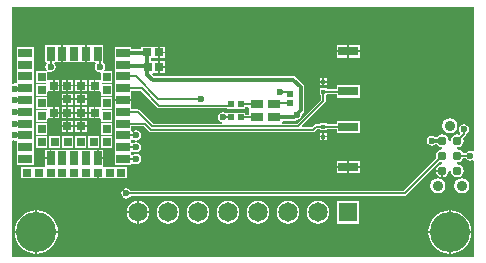
<source format=gtl>
G04*
G04 #@! TF.GenerationSoftware,Altium Limited,Altium Designer,21.6.4 (81)*
G04*
G04 Layer_Physical_Order=1*
G04 Layer_Color=255*
%FSLAX44Y44*%
%MOMM*%
G71*
G04*
G04 #@! TF.SameCoordinates,F90923F9-7617-4D74-A59D-B478042C8B54*
G04*
G04*
G04 #@! TF.FilePolarity,Positive*
G04*
G01*
G75*
%ADD15R,1.0000X0.8000*%
%ADD16R,1.1500X0.7000*%
%ADD17R,0.7000X1.1500*%
%ADD18R,0.7000X0.7000*%
%ADD19R,0.7000X0.7000*%
%ADD20R,0.7800X0.7400*%
%ADD22R,1.7000X0.8000*%
%ADD23R,0.5200X0.5500*%
%ADD24R,0.5500X0.5200*%
%ADD25R,0.3500X0.3600*%
%ADD41C,0.7900*%
%ADD42C,0.1520*%
%ADD43C,0.3500*%
%ADD44C,3.4000*%
%ADD45C,1.6500*%
%ADD46R,1.6500X1.6500*%
%ADD47C,0.9000*%
%ADD48C,0.6000*%
G36*
X395922Y93992D02*
X394652Y93313D01*
X394096Y93684D01*
X392430Y94016D01*
X390764Y93684D01*
X389352Y92740D01*
X388657Y91701D01*
X386224D01*
X385113Y93363D01*
X383387Y94517D01*
X381350Y94922D01*
Y96978D01*
X383387Y97383D01*
X385113Y98537D01*
X386267Y100263D01*
X386672Y102300D01*
X386275Y104298D01*
X388306Y106328D01*
X388754Y107000D01*
X388912Y107792D01*
Y108261D01*
X389921Y108935D01*
X390864Y110348D01*
X391196Y112014D01*
X390864Y113680D01*
X389921Y115092D01*
X388508Y116036D01*
X386842Y116368D01*
X385176Y116036D01*
X383764Y115092D01*
X382820Y113680D01*
X382488Y112014D01*
X382820Y110348D01*
X383764Y108935D01*
X383824Y108318D01*
X382772Y107339D01*
X381350Y107622D01*
X379313Y107217D01*
X377587Y106063D01*
X376433Y104337D01*
X376048Y102400D01*
X373952D01*
X373567Y104337D01*
X372413Y106063D01*
X370687Y107217D01*
X368650Y107622D01*
X366613Y107217D01*
X364887Y106063D01*
X364471Y105441D01*
X362742D01*
X361330Y106384D01*
X359664Y106716D01*
X357998Y106384D01*
X356586Y105441D01*
X355642Y104028D01*
X355310Y102362D01*
X355642Y100696D01*
X356586Y99284D01*
X357998Y98340D01*
X359664Y98008D01*
X361330Y98340D01*
X362742Y99283D01*
X364388D01*
X364887Y98537D01*
X366613Y97383D01*
X368650Y96978D01*
Y94922D01*
X366613Y94517D01*
X364887Y93363D01*
X363733Y91637D01*
X363328Y89600D01*
X363725Y87602D01*
X335851Y59728D01*
X104845D01*
X104171Y60736D01*
X102758Y61680D01*
X101092Y62012D01*
X99426Y61680D01*
X98013Y60736D01*
X97070Y59324D01*
X96738Y57658D01*
X97070Y55992D01*
X98013Y54580D01*
X99426Y53636D01*
X101092Y53304D01*
X102758Y53636D01*
X104171Y54580D01*
X104845Y55588D01*
X336708D01*
X337500Y55746D01*
X338172Y56195D01*
X366652Y84675D01*
X368650Y84278D01*
Y82222D01*
X366613Y81817D01*
X364887Y80663D01*
X363733Y78937D01*
X363479Y77662D01*
X368650D01*
Y76900D01*
X369412D01*
Y71729D01*
X370687Y71983D01*
X372413Y73137D01*
X373567Y74863D01*
X373972Y76900D01*
X376028D01*
X376433Y74863D01*
X377587Y73137D01*
X379313Y71983D01*
X381350Y71578D01*
X383387Y71983D01*
X385113Y73137D01*
X386267Y74863D01*
X386672Y76900D01*
X386267Y78937D01*
X385113Y80663D01*
X383387Y81817D01*
X381350Y82222D01*
Y84278D01*
X383387Y84683D01*
X385113Y85836D01*
X386266Y87561D01*
X388698D01*
X389352Y86583D01*
X390764Y85640D01*
X392430Y85308D01*
X394096Y85640D01*
X394652Y86011D01*
X395922Y85332D01*
Y4078D01*
X4078Y4078D01*
Y102220D01*
X5198Y102818D01*
X5334Y102728D01*
X7000Y102396D01*
X7460Y102488D01*
X8624Y102022D01*
X8730Y101446D01*
X8730Y100710D01*
Y92790D01*
X8730Y91980D01*
X8730Y90710D01*
Y81980D01*
X22770D01*
Y90710D01*
X22770Y91520D01*
X22770Y92790D01*
Y100710D01*
X22770Y101520D01*
X22770Y102790D01*
Y111520D01*
X22770D01*
Y111980D01*
X22770D01*
Y121520D01*
X22770D01*
Y121980D01*
X22770D01*
Y131520D01*
X22770D01*
Y131980D01*
X22770D01*
Y141520D01*
X22770D01*
Y141980D01*
X22770D01*
Y150710D01*
X22770Y151520D01*
X22770Y152790D01*
Y160710D01*
X22770Y161520D01*
X22770Y162790D01*
Y170710D01*
X22770Y171520D01*
X22770Y172790D01*
Y181520D01*
X8730D01*
Y172790D01*
X8730Y171980D01*
X8730Y170710D01*
Y162790D01*
X8730Y161980D01*
X8730Y160710D01*
Y152790D01*
X8730Y151520D01*
X7460Y150762D01*
X7000Y150854D01*
X5334Y150522D01*
X5198Y150432D01*
X4078Y151030D01*
Y215922D01*
X395922Y215922D01*
Y93992D01*
D02*
G37*
%LPC*%
G36*
X72230Y183020D02*
X70960Y183020D01*
X67762D01*
Y176000D01*
Y168980D01*
X70960D01*
X71770Y168980D01*
X73040Y168980D01*
X74956D01*
X75276Y168501D01*
X75518Y167710D01*
X74718Y166512D01*
X74386Y164846D01*
X74718Y163180D01*
X75662Y161768D01*
X77074Y160824D01*
X78740Y160492D01*
X78748Y160494D01*
X79730Y159688D01*
Y154746D01*
X79020Y153770D01*
X78460Y153770D01*
X75012D01*
Y149000D01*
Y144230D01*
X78460D01*
X79020Y144230D01*
X79730Y143254D01*
Y140480D01*
X89270D01*
Y150020D01*
X80788D01*
X80365Y150750D01*
X80788Y151480D01*
X89270D01*
Y161020D01*
X82812D01*
X82168Y162290D01*
X82762Y163180D01*
X83094Y164846D01*
X82762Y166512D01*
X81920Y167772D01*
X81770Y168980D01*
X81770Y168980D01*
X81770Y168980D01*
Y183020D01*
X72230Y183020D01*
D02*
G37*
G36*
X62230D02*
X60960Y183020D01*
X53040D01*
X52230Y183020D01*
X50960Y183020D01*
X47762D01*
Y176000D01*
Y168980D01*
X50960D01*
X51770Y168980D01*
X53040Y168980D01*
X60960D01*
X61770Y168980D01*
X63040Y168980D01*
X66238D01*
Y176000D01*
Y183020D01*
X63040D01*
X62230Y183020D01*
D02*
G37*
G36*
X128038Y181970D02*
X113830D01*
Y179954D01*
X105270D01*
Y181520D01*
X91230D01*
Y171980D01*
X91230D01*
Y171520D01*
X91230D01*
Y162790D01*
X91230Y161980D01*
X91230Y160710D01*
Y151980D01*
X91230D01*
Y151520D01*
X91230D01*
Y142790D01*
X91230Y141980D01*
X91230Y140710D01*
Y137512D01*
X98250D01*
X105270D01*
Y140710D01*
X105270Y141520D01*
X105270Y142790D01*
Y144680D01*
X113251D01*
X127569Y130363D01*
X128240Y129914D01*
X129032Y129756D01*
X186130D01*
Y128980D01*
X192860D01*
X193870Y128980D01*
X195140Y128980D01*
X201870D01*
Y131192D01*
X204280D01*
X205178Y130294D01*
X205178Y127992D01*
X205178Y126722D01*
Y124332D01*
X201926D01*
Y126194D01*
X195196D01*
X194186Y126194D01*
X192916Y126194D01*
X186186D01*
X186186Y126194D01*
Y126194D01*
X184916Y125949D01*
X184546Y126196D01*
X182880Y126528D01*
X181214Y126196D01*
X179802Y125253D01*
X178858Y123840D01*
X178526Y122174D01*
X178858Y120508D01*
X179802Y119095D01*
X181214Y118152D01*
X182551Y117886D01*
X182426Y116616D01*
X124055D01*
X112458Y128214D01*
X111786Y128662D01*
X110994Y128820D01*
X106168D01*
X105270Y129718D01*
X105270Y131520D01*
X105270Y132790D01*
Y135988D01*
X98250D01*
X91230D01*
Y132790D01*
X91230Y131980D01*
X91230Y130710D01*
Y121980D01*
X91230D01*
Y121520D01*
X91230D01*
Y112790D01*
X91230Y111980D01*
X91230Y110710D01*
Y102790D01*
X91230Y101980D01*
X91230Y100710D01*
Y92790D01*
X91230Y91980D01*
X91230Y90710D01*
Y81980D01*
X105270D01*
Y82863D01*
X105364Y82947D01*
X106540Y83425D01*
X107584Y82728D01*
X109250Y82396D01*
X110916Y82728D01*
X112329Y83672D01*
X113272Y85084D01*
X113604Y86750D01*
X113272Y88416D01*
X112329Y89829D01*
X110916Y90772D01*
X109250Y91104D01*
X107584Y90772D01*
X106540Y90075D01*
X105364Y90553D01*
X105270Y90637D01*
X105270Y91520D01*
X105270Y92863D01*
X105364Y92947D01*
X106540Y93425D01*
X107584Y92728D01*
X109250Y92396D01*
X110916Y92728D01*
X112329Y93672D01*
X113272Y95084D01*
X113604Y96750D01*
X113272Y98416D01*
X112329Y99829D01*
X110916Y100772D01*
X109250Y101104D01*
X107584Y100772D01*
X106540Y100075D01*
X105364Y100553D01*
X105270Y100637D01*
X105270Y101520D01*
X105270Y102863D01*
X105364Y102947D01*
X106540Y103425D01*
X107584Y102728D01*
X109250Y102396D01*
X110916Y102728D01*
X112329Y103672D01*
X113272Y105084D01*
X113604Y106750D01*
X113272Y108416D01*
X112329Y109829D01*
X110916Y110772D01*
X109250Y111104D01*
X107584Y110772D01*
X106540Y110075D01*
X105364Y110553D01*
X105270Y110637D01*
X105270Y111520D01*
X105270Y112790D01*
Y114680D01*
X115837D01*
X120475Y110042D01*
X121147Y109594D01*
X121939Y109436D01*
X258826D01*
X259618Y109594D01*
X260289Y110042D01*
X262377Y112130D01*
X264980D01*
Y111130D01*
X271020D01*
Y112130D01*
X279230D01*
Y108730D01*
X298770D01*
Y119270D01*
X279230D01*
Y116270D01*
X271020D01*
Y117270D01*
X264980D01*
Y116270D01*
X261520D01*
X260728Y116112D01*
X260056Y115663D01*
X257969Y113576D01*
X249988D01*
X249502Y114749D01*
X269464Y134711D01*
X269912Y135382D01*
X270070Y136174D01*
Y140730D01*
X271020D01*
Y141730D01*
X279230D01*
Y138730D01*
X298770D01*
Y149270D01*
X279230D01*
Y145870D01*
X271020D01*
Y146870D01*
X264980D01*
Y140730D01*
X265930D01*
Y137031D01*
X245515Y116616D01*
X233832D01*
X232718Y116992D01*
X232718Y118285D01*
X233616Y119183D01*
X242738D01*
X243917Y119417D01*
X244916Y120085D01*
X245008Y120177D01*
X245364Y120106D01*
X247030Y120438D01*
X248442Y121382D01*
X249386Y122794D01*
X249718Y124460D01*
X249647Y124816D01*
X250843Y126012D01*
X251511Y127011D01*
X251745Y128189D01*
X251745Y128190D01*
Y147828D01*
X251511Y149006D01*
X250843Y150005D01*
X244747Y156101D01*
X243748Y156769D01*
X242570Y157003D01*
X124719D01*
X122963Y158760D01*
X123489Y160030D01*
X128138D01*
Y165000D01*
Y169970D01*
X122129D01*
Y172030D01*
X128038D01*
Y177000D01*
Y181970D01*
D02*
G37*
G36*
X298770Y183270D02*
X289762D01*
Y178762D01*
X298770D01*
Y183270D01*
D02*
G37*
G36*
X288238D02*
X279230D01*
Y178762D01*
X288238D01*
Y183270D01*
D02*
G37*
G36*
X133970Y181970D02*
X129562D01*
Y177762D01*
X133970D01*
Y181970D01*
D02*
G37*
G36*
X298770Y177238D02*
X289762D01*
Y172730D01*
X298770D01*
Y177238D01*
D02*
G37*
G36*
X288238D02*
X279230D01*
Y172730D01*
X288238D01*
Y177238D01*
D02*
G37*
G36*
X133970Y176238D02*
X129562D01*
Y172030D01*
X133970D01*
Y176238D01*
D02*
G37*
G36*
X42230Y183020D02*
X40960Y183020D01*
X32230D01*
Y168980D01*
X33113D01*
X33197Y168886D01*
X33675Y167710D01*
X32978Y166666D01*
X32646Y165000D01*
X32978Y163334D01*
X33675Y162290D01*
X33197Y161114D01*
X33113Y161020D01*
X24730D01*
Y151480D01*
X33212D01*
X33635Y150750D01*
X33212Y150020D01*
X24730D01*
Y140480D01*
X34270D01*
Y143254D01*
X34980Y144230D01*
X35540Y144230D01*
X38988D01*
Y149000D01*
Y153770D01*
X35540D01*
X34980Y153770D01*
X34270Y154746D01*
Y160161D01*
X34818Y160582D01*
X35540Y160937D01*
X37000Y160646D01*
X38666Y160978D01*
X40079Y161922D01*
X41022Y163334D01*
X41354Y165000D01*
X41022Y166666D01*
X40325Y167710D01*
X40803Y168886D01*
X40887Y168980D01*
X41770Y168980D01*
X43040Y168980D01*
X46238D01*
Y176000D01*
Y183020D01*
X43040D01*
X42230Y183020D01*
D02*
G37*
G36*
X134070Y169970D02*
X129662D01*
Y165762D01*
X134070D01*
Y169970D01*
D02*
G37*
G36*
Y164238D02*
X129662D01*
Y160030D01*
X134070D01*
Y164238D01*
D02*
G37*
G36*
X271020Y155270D02*
X268762D01*
Y152962D01*
X271020D01*
Y155270D01*
D02*
G37*
G36*
X267238D02*
X264980D01*
Y152962D01*
X267238D01*
Y155270D01*
D02*
G37*
G36*
X67520Y153770D02*
X63512D01*
Y149762D01*
X67520D01*
Y153770D01*
D02*
G37*
G36*
X56020D02*
X52012D01*
Y149762D01*
X56020D01*
Y153770D01*
D02*
G37*
G36*
X40512D02*
Y149762D01*
X44520D01*
Y153770D01*
X40512D01*
D02*
G37*
G36*
X50488D02*
X46480D01*
Y149762D01*
X50488D01*
Y153770D01*
D02*
G37*
G36*
X61988D02*
X57980D01*
Y149762D01*
X61988D01*
Y153770D01*
D02*
G37*
G36*
X73488D02*
X69480D01*
Y149762D01*
X73488D01*
Y153770D01*
D02*
G37*
G36*
X271020Y151438D02*
X268762D01*
Y149130D01*
X271020D01*
Y151438D01*
D02*
G37*
G36*
X267238D02*
X264980D01*
Y149130D01*
X267238D01*
Y151438D01*
D02*
G37*
G36*
X67520Y148238D02*
X63512D01*
Y144230D01*
X67520D01*
Y148238D01*
D02*
G37*
G36*
X61988D02*
X57980D01*
Y144230D01*
X61988D01*
Y148238D01*
D02*
G37*
G36*
X56020D02*
X52012D01*
Y144230D01*
X56020D01*
Y148238D01*
D02*
G37*
G36*
X50488D02*
X46480D01*
Y144230D01*
X50488D01*
Y148238D01*
D02*
G37*
G36*
X44520D02*
X40512D01*
Y144230D01*
X44520D01*
Y148238D01*
D02*
G37*
G36*
X73488D02*
X69480D01*
Y144230D01*
X73488D01*
Y148238D01*
D02*
G37*
G36*
X67520Y142270D02*
X63512D01*
Y138262D01*
X67520D01*
Y142270D01*
D02*
G37*
G36*
X56020D02*
X52012D01*
Y138262D01*
X56020D01*
Y142270D01*
D02*
G37*
G36*
X50488D02*
X46480D01*
Y138262D01*
X50488D01*
Y142270D01*
D02*
G37*
G36*
X61988D02*
X57980D01*
Y138262D01*
X61988D01*
Y142270D01*
D02*
G37*
G36*
X67520Y136738D02*
X63512D01*
Y132730D01*
X67520D01*
Y136738D01*
D02*
G37*
G36*
X61988D02*
X57980D01*
Y132730D01*
X61988D01*
Y136738D01*
D02*
G37*
G36*
X56020D02*
X52012D01*
Y132730D01*
X56020D01*
Y136738D01*
D02*
G37*
G36*
X50488D02*
X46480D01*
Y132730D01*
X50488D01*
Y136738D01*
D02*
G37*
G36*
X67520Y130770D02*
X63512D01*
Y126762D01*
X67520D01*
Y130770D01*
D02*
G37*
G36*
X56020D02*
X52012D01*
Y126762D01*
X56020D01*
Y130770D01*
D02*
G37*
G36*
X40512D02*
Y126762D01*
X44520D01*
Y130770D01*
X40512D01*
D02*
G37*
G36*
X50488D02*
X46480D01*
Y126762D01*
X50488D01*
Y130770D01*
D02*
G37*
G36*
X61988D02*
X57980D01*
Y126762D01*
X61988D01*
Y130770D01*
D02*
G37*
G36*
X73488D02*
X69480D01*
Y126762D01*
X73488D01*
Y130770D01*
D02*
G37*
G36*
X67520Y125238D02*
X63512D01*
Y121230D01*
X67520D01*
Y125238D01*
D02*
G37*
G36*
X61988D02*
X57980D01*
Y121230D01*
X61988D01*
Y125238D01*
D02*
G37*
G36*
X56020D02*
X52012D01*
Y121230D01*
X56020D01*
Y125238D01*
D02*
G37*
G36*
X50488D02*
X46480D01*
Y121230D01*
X50488D01*
Y125238D01*
D02*
G37*
G36*
X44520D02*
X40512D01*
Y121230D01*
X44520D01*
Y125238D01*
D02*
G37*
G36*
X73488D02*
X69480D01*
Y121230D01*
X73488D01*
Y125238D01*
D02*
G37*
G36*
X89270Y139020D02*
X79730D01*
Y131746D01*
X79020Y130770D01*
X78460Y130770D01*
X75012D01*
Y126000D01*
Y121230D01*
X78460D01*
X79020Y121230D01*
X79730Y120254D01*
Y118480D01*
X89270D01*
Y128020D01*
X80788D01*
X80365Y128750D01*
X80788Y129480D01*
X89270D01*
Y139020D01*
D02*
G37*
G36*
X34270D02*
X24730D01*
Y129480D01*
X33212D01*
X33635Y128750D01*
X33212Y128020D01*
X24730D01*
Y118480D01*
X34270D01*
Y120254D01*
X34980Y121230D01*
X35540Y121230D01*
X38988D01*
Y126000D01*
X39750D01*
D01*
X38988D01*
Y130770D01*
X35540D01*
X34980Y130770D01*
X34270Y131746D01*
Y139020D01*
D02*
G37*
G36*
X67520Y119270D02*
X63512D01*
Y115262D01*
X67520D01*
Y119270D01*
D02*
G37*
G36*
X56020D02*
X52012D01*
Y115262D01*
X56020D01*
Y119270D01*
D02*
G37*
G36*
X50488D02*
X46480D01*
Y115262D01*
X50488D01*
Y119270D01*
D02*
G37*
G36*
X61988D02*
X57980D01*
Y115262D01*
X61988D01*
Y119270D01*
D02*
G37*
G36*
X67520Y113738D02*
X63512D01*
Y109730D01*
X67520D01*
Y113738D01*
D02*
G37*
G36*
X61988D02*
X57980D01*
Y109730D01*
X61988D01*
Y113738D01*
D02*
G37*
G36*
X56020D02*
X52012D01*
Y109730D01*
X56020D01*
Y113738D01*
D02*
G37*
G36*
X50488D02*
X46480D01*
Y109730D01*
X50488D01*
Y113738D01*
D02*
G37*
G36*
X375000Y121367D02*
X372563Y120883D01*
X370498Y119502D01*
X369117Y117437D01*
X368633Y115000D01*
X369117Y112563D01*
X370498Y110498D01*
X372563Y109117D01*
X375000Y108633D01*
X377437Y109117D01*
X379502Y110498D01*
X380883Y112563D01*
X381367Y115000D01*
X380883Y117437D01*
X379502Y119502D01*
X377437Y120883D01*
X375000Y121367D01*
D02*
G37*
G36*
X89270Y117020D02*
X79730D01*
Y107480D01*
X89270D01*
Y117020D01*
D02*
G37*
G36*
X34270D02*
X24730D01*
Y107480D01*
X34270D01*
Y117020D01*
D02*
G37*
G36*
X271020Y108870D02*
X268762D01*
Y106562D01*
X271020D01*
Y108870D01*
D02*
G37*
G36*
X267238D02*
X264980D01*
Y106562D01*
X267238D01*
Y108870D01*
D02*
G37*
G36*
X271020Y105038D02*
X268762D01*
Y102730D01*
X271020D01*
Y105038D01*
D02*
G37*
G36*
X267238D02*
X264980D01*
Y102730D01*
X267238D01*
Y105038D01*
D02*
G37*
G36*
X89270Y106020D02*
X79730D01*
Y96480D01*
X89270D01*
Y106020D01*
D02*
G37*
G36*
X78270D02*
X68730D01*
Y96480D01*
X78270D01*
Y106020D01*
D02*
G37*
G36*
X67270D02*
X57730D01*
Y96480D01*
X67270D01*
Y106020D01*
D02*
G37*
G36*
X56270D02*
X46730D01*
Y96480D01*
X56270D01*
Y106020D01*
D02*
G37*
G36*
X45270D02*
X35730D01*
Y96480D01*
X45270D01*
Y106020D01*
D02*
G37*
G36*
X34270D02*
X24730D01*
Y96480D01*
X34270D01*
Y106020D01*
D02*
G37*
G36*
X72230Y94520D02*
X70960Y94520D01*
X63040D01*
X62230Y94520D01*
X60960Y94520D01*
X53040D01*
X52230Y94520D01*
X50960Y94520D01*
X43040D01*
X42230Y94520D01*
X40960Y94520D01*
X37762D01*
Y87500D01*
X37000D01*
Y86738D01*
X32230D01*
Y81099D01*
X31907Y80343D01*
X31151Y80020D01*
X30960D01*
X23040D01*
X22230Y80020D01*
X20960Y80020D01*
X12230D01*
Y70480D01*
X20960D01*
X21770Y70480D01*
X23040Y70480D01*
X30960D01*
X31770Y70480D01*
X33040Y70480D01*
X40960D01*
X41770Y70480D01*
X43040Y70480D01*
X50960D01*
X51770Y70480D01*
X53040Y70480D01*
X60960D01*
X61770Y70480D01*
X63040Y70480D01*
X70960D01*
X71770Y70480D01*
X73040Y70480D01*
X76238D01*
Y75250D01*
X77762D01*
Y70480D01*
X80960D01*
X81770Y70480D01*
X83040Y70480D01*
X90960D01*
X91770Y70480D01*
X93040Y70480D01*
X101770D01*
Y80020D01*
X93040D01*
X92230Y80020D01*
X90960Y80020D01*
X82849D01*
X82093Y80343D01*
X81770Y81099D01*
Y81290D01*
Y86738D01*
X77000D01*
Y87500D01*
X76238D01*
Y94520D01*
X72230D01*
D02*
G37*
G36*
X77762Y94520D02*
Y88262D01*
X81770D01*
Y94520D01*
X77762D01*
D02*
G37*
G36*
X36238D02*
X32230D01*
Y88262D01*
X36238D01*
Y94520D01*
D02*
G37*
G36*
X298770Y85270D02*
X289762D01*
Y80762D01*
X298770D01*
Y85270D01*
D02*
G37*
G36*
X288238D02*
X279230D01*
Y80762D01*
X288238D01*
Y85270D01*
D02*
G37*
G36*
X298770Y79238D02*
X289762D01*
Y74730D01*
X298770D01*
Y79238D01*
D02*
G37*
G36*
X288238D02*
X279230D01*
Y74730D01*
X288238D01*
Y79238D01*
D02*
G37*
G36*
X367888Y76138D02*
X363479D01*
X363733Y74863D01*
X364887Y73137D01*
X366613Y71983D01*
X367888Y71729D01*
Y76138D01*
D02*
G37*
G36*
X385160Y70567D02*
X382723Y70083D01*
X380658Y68702D01*
X379277Y66637D01*
X378793Y64200D01*
X379277Y61763D01*
X380658Y59697D01*
X382723Y58317D01*
X385160Y57833D01*
X387597Y58317D01*
X389662Y59697D01*
X391043Y61763D01*
X391527Y64200D01*
X391043Y66637D01*
X389662Y68702D01*
X387597Y70083D01*
X385160Y70567D01*
D02*
G37*
G36*
X364840D02*
X362403Y70083D01*
X360338Y68702D01*
X358957Y66637D01*
X358473Y64200D01*
X358957Y61763D01*
X360338Y59697D01*
X362403Y58317D01*
X364840Y57833D01*
X367277Y58317D01*
X369342Y59697D01*
X370723Y61763D01*
X371207Y64200D01*
X370723Y66637D01*
X369342Y68702D01*
X367277Y70083D01*
X364840Y70567D01*
D02*
G37*
G36*
X111862Y51202D02*
Y42462D01*
X120602D01*
X120375Y44185D01*
X119416Y46501D01*
X117890Y48490D01*
X115901Y50016D01*
X113585Y50975D01*
X111862Y51202D01*
D02*
G37*
G36*
X110338D02*
X108615Y50975D01*
X106299Y50016D01*
X104310Y48490D01*
X102784Y46501D01*
X101825Y44185D01*
X101598Y42462D01*
X110338D01*
Y51202D01*
D02*
G37*
G36*
X120602Y40938D02*
X111862D01*
Y32198D01*
X113585Y32425D01*
X115901Y33384D01*
X117890Y34910D01*
X119416Y36899D01*
X120375Y39215D01*
X120602Y40938D01*
D02*
G37*
G36*
X110338D02*
X101598D01*
X101825Y39215D01*
X102784Y36899D01*
X104310Y34910D01*
X106299Y33384D01*
X108615Y32425D01*
X110338Y32198D01*
Y40938D01*
D02*
G37*
G36*
X298420Y51220D02*
X279380D01*
Y32180D01*
X298420D01*
Y51220D01*
D02*
G37*
G36*
X263500Y51302D02*
X261015Y50975D01*
X258699Y50016D01*
X256710Y48490D01*
X255184Y46501D01*
X254225Y44185D01*
X253898Y41700D01*
X254225Y39215D01*
X255184Y36899D01*
X256710Y34910D01*
X258699Y33384D01*
X261015Y32425D01*
X263500Y32098D01*
X265985Y32425D01*
X268301Y33384D01*
X270290Y34910D01*
X271816Y36899D01*
X272775Y39215D01*
X273102Y41700D01*
X272775Y44185D01*
X271816Y46501D01*
X270290Y48490D01*
X268301Y50016D01*
X265985Y50975D01*
X263500Y51302D01*
D02*
G37*
G36*
X238100D02*
X235615Y50975D01*
X233299Y50016D01*
X231310Y48490D01*
X229784Y46501D01*
X228825Y44185D01*
X228498Y41700D01*
X228825Y39215D01*
X229784Y36899D01*
X231310Y34910D01*
X233299Y33384D01*
X235615Y32425D01*
X238100Y32098D01*
X240585Y32425D01*
X242901Y33384D01*
X244890Y34910D01*
X246416Y36899D01*
X247375Y39215D01*
X247702Y41700D01*
X247375Y44185D01*
X246416Y46501D01*
X244890Y48490D01*
X242901Y50016D01*
X240585Y50975D01*
X238100Y51302D01*
D02*
G37*
G36*
X212700D02*
X210215Y50975D01*
X207899Y50016D01*
X205910Y48490D01*
X204384Y46501D01*
X203425Y44185D01*
X203098Y41700D01*
X203425Y39215D01*
X204384Y36899D01*
X205910Y34910D01*
X207899Y33384D01*
X210215Y32425D01*
X212700Y32098D01*
X215185Y32425D01*
X217501Y33384D01*
X219490Y34910D01*
X221016Y36899D01*
X221975Y39215D01*
X222302Y41700D01*
X221975Y44185D01*
X221016Y46501D01*
X219490Y48490D01*
X217501Y50016D01*
X215185Y50975D01*
X212700Y51302D01*
D02*
G37*
G36*
X187300D02*
X184815Y50975D01*
X182499Y50016D01*
X180510Y48490D01*
X178984Y46501D01*
X178025Y44185D01*
X177698Y41700D01*
X178025Y39215D01*
X178984Y36899D01*
X180510Y34910D01*
X182499Y33384D01*
X184815Y32425D01*
X187300Y32098D01*
X189785Y32425D01*
X192101Y33384D01*
X194090Y34910D01*
X195616Y36899D01*
X196575Y39215D01*
X196902Y41700D01*
X196575Y44185D01*
X195616Y46501D01*
X194090Y48490D01*
X192101Y50016D01*
X189785Y50975D01*
X187300Y51302D01*
D02*
G37*
G36*
X161900D02*
X159415Y50975D01*
X157099Y50016D01*
X155110Y48490D01*
X153584Y46501D01*
X152625Y44185D01*
X152298Y41700D01*
X152625Y39215D01*
X153584Y36899D01*
X155110Y34910D01*
X157099Y33384D01*
X159415Y32425D01*
X161900Y32098D01*
X164385Y32425D01*
X166701Y33384D01*
X168690Y34910D01*
X170216Y36899D01*
X171175Y39215D01*
X171502Y41700D01*
X171175Y44185D01*
X170216Y46501D01*
X168690Y48490D01*
X166701Y50016D01*
X164385Y50975D01*
X161900Y51302D01*
D02*
G37*
G36*
X136500D02*
X134015Y50975D01*
X131699Y50016D01*
X129710Y48490D01*
X128184Y46501D01*
X127225Y44185D01*
X126898Y41700D01*
X127225Y39215D01*
X128184Y36899D01*
X129710Y34910D01*
X131699Y33384D01*
X134015Y32425D01*
X136500Y32098D01*
X138985Y32425D01*
X141301Y33384D01*
X143290Y34910D01*
X144816Y36899D01*
X145775Y39215D01*
X146102Y41700D01*
X145775Y44185D01*
X144816Y46501D01*
X143290Y48490D01*
X141301Y50016D01*
X138985Y50975D01*
X136500Y51302D01*
D02*
G37*
G36*
X375762Y43283D02*
Y25762D01*
X393283D01*
X393006Y28582D01*
X391961Y32025D01*
X390264Y35199D01*
X387981Y37981D01*
X385199Y40264D01*
X382025Y41961D01*
X378582Y43006D01*
X375762Y43283D01*
D02*
G37*
G36*
X374238D02*
X371418Y43006D01*
X367975Y41961D01*
X364801Y40264D01*
X362019Y37981D01*
X359736Y35199D01*
X358039Y32025D01*
X356994Y28582D01*
X356717Y25762D01*
X374238D01*
Y43283D01*
D02*
G37*
G36*
X25762D02*
Y25762D01*
X43283D01*
X43006Y28582D01*
X41961Y32025D01*
X40264Y35199D01*
X37981Y37981D01*
X35199Y40264D01*
X32025Y41961D01*
X28582Y43006D01*
X25762Y43283D01*
D02*
G37*
G36*
X24238D02*
X21418Y43006D01*
X17975Y41961D01*
X14801Y40264D01*
X12019Y37981D01*
X9736Y35199D01*
X8039Y32025D01*
X6994Y28582D01*
X6717Y25762D01*
X24238D01*
Y43283D01*
D02*
G37*
G36*
X393283Y24238D02*
X375762D01*
Y6717D01*
X378582Y6994D01*
X382025Y8039D01*
X385199Y9736D01*
X387981Y12019D01*
X390264Y14801D01*
X391961Y17975D01*
X393006Y21418D01*
X393283Y24238D01*
D02*
G37*
G36*
X374238D02*
X356717D01*
X356994Y21418D01*
X358039Y17975D01*
X359736Y14801D01*
X362019Y12019D01*
X364801Y9736D01*
X367975Y8039D01*
X371418Y6994D01*
X374238Y6717D01*
Y24238D01*
D02*
G37*
G36*
X43283D02*
X25762D01*
Y6717D01*
X28582Y6994D01*
X32025Y8039D01*
X35199Y9736D01*
X37981Y12019D01*
X40264Y14801D01*
X41961Y17975D01*
X43006Y21418D01*
X43283Y24238D01*
D02*
G37*
G36*
X24238D02*
X6717D01*
X6994Y21418D01*
X8039Y17975D01*
X9736Y14801D01*
X12019Y12019D01*
X14801Y9736D01*
X17975Y8039D01*
X21418Y6994D01*
X24238Y6717D01*
Y24238D01*
D02*
G37*
%LPD*%
D15*
X226448Y133262D02*
D03*
X211448D02*
D03*
Y122262D02*
D03*
X226448D02*
D03*
D16*
X98250Y86750D02*
D03*
Y96750D02*
D03*
Y106750D02*
D03*
Y116750D02*
D03*
Y126750D02*
D03*
Y136750D02*
D03*
Y146750D02*
D03*
Y156750D02*
D03*
Y166750D02*
D03*
Y176750D02*
D03*
X15750D02*
D03*
Y166750D02*
D03*
Y156750D02*
D03*
Y146750D02*
D03*
Y136750D02*
D03*
Y126750D02*
D03*
Y116750D02*
D03*
Y106750D02*
D03*
Y96750D02*
D03*
Y86750D02*
D03*
D17*
X37000Y176000D02*
D03*
X47000D02*
D03*
X57000D02*
D03*
X67000D02*
D03*
X77000D02*
D03*
Y87500D02*
D03*
X67000D02*
D03*
X57000D02*
D03*
X47000D02*
D03*
X37000D02*
D03*
D18*
X74250Y149000D02*
D03*
X62750D02*
D03*
X51250D02*
D03*
X39750D02*
D03*
Y126000D02*
D03*
X51250Y137500D02*
D03*
X62750D02*
D03*
Y114500D02*
D03*
X74250Y126000D02*
D03*
X62750D02*
D03*
X51250D02*
D03*
Y114500D02*
D03*
D19*
X84500Y101250D02*
D03*
Y112250D02*
D03*
Y123250D02*
D03*
Y134250D02*
D03*
Y145250D02*
D03*
Y156250D02*
D03*
X29500D02*
D03*
Y145250D02*
D03*
Y134250D02*
D03*
Y123250D02*
D03*
Y112250D02*
D03*
Y101250D02*
D03*
X40500D02*
D03*
X51500D02*
D03*
X62500D02*
D03*
X73500D02*
D03*
X17000Y75250D02*
D03*
X27000D02*
D03*
X37000D02*
D03*
X47000D02*
D03*
X57000D02*
D03*
X67000D02*
D03*
X77000D02*
D03*
X87000D02*
D03*
X97000D02*
D03*
D20*
X119100Y165000D02*
D03*
X128900D02*
D03*
X128800Y177000D02*
D03*
X119000D02*
D03*
D22*
X289000Y144000D02*
D03*
Y178000D02*
D03*
Y114000D02*
D03*
Y80000D02*
D03*
D23*
X198056Y122174D02*
D03*
X190056D02*
D03*
X198000Y133000D02*
D03*
X190000D02*
D03*
D24*
X239776Y134176D02*
D03*
Y142176D02*
D03*
D25*
X268000Y152200D02*
D03*
Y143800D02*
D03*
X268000Y105800D02*
D03*
Y114200D02*
D03*
D41*
X368650Y102300D02*
D03*
X381350D02*
D03*
X368650Y89600D02*
D03*
X381350D02*
D03*
X368650Y76900D02*
D03*
X381350D02*
D03*
D42*
X7000Y106750D02*
X15750D01*
X7000Y116750D02*
X15750D01*
X7000Y126750D02*
X15750D01*
X7000Y136750D02*
X15750D01*
X6750Y146750D02*
X7000Y146500D01*
X6750Y146750D02*
X15750D01*
X6750Y146750D02*
Y146750D01*
X78740Y164846D02*
Y174260D01*
X77000Y176000D02*
X78740Y174260D01*
X114108Y146750D02*
X129032Y131826D01*
X188826D02*
X190000Y133000D01*
X129032Y131826D02*
X188826D01*
X198056Y122174D02*
X198144Y122262D01*
X211448D01*
X198000Y133000D02*
X198262Y133262D01*
X211448D01*
X123198Y114546D02*
X246372D01*
X268000Y136174D02*
Y143800D01*
X246372Y114546D02*
X268000Y136174D01*
X336708Y57658D02*
X368650Y89600D01*
X101092Y57658D02*
X336708D01*
X182880Y122174D02*
X190056D01*
X109442Y156750D02*
X128270Y137922D01*
X164592D01*
X227362Y134176D02*
X239776D01*
X226448Y133262D02*
X227362Y134176D01*
X230886Y143764D02*
X238188D01*
X239776Y142176D01*
X116695Y116750D02*
X121939Y111506D01*
X258826D01*
X261520Y114200D01*
X110994Y126750D02*
X123198Y114546D01*
X98250Y126750D02*
X110994D01*
X98250Y116750D02*
X116695D01*
X268000Y143800D02*
X288800D01*
X381350Y102300D02*
X386842Y107792D01*
Y112014D01*
X381350Y89600D02*
X381381Y89631D01*
X392399D01*
X392430Y89662D01*
X37000Y165000D02*
Y176000D01*
X98250Y86750D02*
X109250D01*
X98250Y96750D02*
X109250D01*
X98250Y106750D02*
X109250D01*
X288800Y114200D02*
X289000Y114000D01*
X268000Y114200D02*
X288800D01*
Y143800D02*
X289000Y144000D01*
X261520Y114200D02*
X268000D01*
X98250Y146750D02*
X114108D01*
X98250Y156750D02*
X109442D01*
D43*
X226448Y122262D02*
X242738D01*
X123444Y153924D02*
X242570D01*
X119050Y158318D02*
X123444Y153924D01*
X242570D02*
X248666Y147828D01*
Y128189D02*
Y147828D01*
X242738Y122262D02*
X248666Y128189D01*
X119050Y158318D02*
Y165050D01*
X368588Y102362D02*
X368650Y102300D01*
X359664Y102362D02*
X368588D01*
X118225Y165875D02*
X119050Y165050D01*
X118875Y176875D02*
X119050Y176700D01*
Y165050D02*
Y176700D01*
X99125Y165875D02*
X118225D01*
X98250Y166750D02*
X99125Y165875D01*
X98250Y176750D02*
X98375Y176875D01*
X118875D01*
D44*
X375000Y25000D02*
D03*
X25000D02*
D03*
D45*
X161900Y41700D02*
D03*
X187300D02*
D03*
X212700D02*
D03*
X263500D02*
D03*
X238100D02*
D03*
X136500D02*
D03*
X111100D02*
D03*
D46*
X288900D02*
D03*
D47*
X375000Y115000D02*
D03*
X385160Y64200D02*
D03*
X364840D02*
D03*
D48*
X135000Y79250D02*
D03*
X118500Y95750D02*
D03*
X7000Y106750D02*
D03*
Y116750D02*
D03*
Y126750D02*
D03*
Y136750D02*
D03*
X7000Y146500D02*
D03*
X392000Y137000D02*
D03*
Y152000D02*
D03*
Y167000D02*
D03*
Y182000D02*
D03*
Y197000D02*
D03*
Y212000D02*
D03*
X143000Y92000D02*
D03*
X308000Y64000D02*
D03*
X293000Y63000D02*
D03*
X278000D02*
D03*
X263000D02*
D03*
X248000D02*
D03*
X233000D02*
D03*
X218000D02*
D03*
X203000D02*
D03*
X188000D02*
D03*
X173000D02*
D03*
X143000D02*
D03*
X353000Y20000D02*
D03*
Y8000D02*
D03*
X293000D02*
D03*
X278000D02*
D03*
X263000D02*
D03*
X248000D02*
D03*
X233000D02*
D03*
X218000D02*
D03*
X203000D02*
D03*
X83000Y20000D02*
D03*
X68000D02*
D03*
X53000D02*
D03*
X188000Y8000D02*
D03*
X173000D02*
D03*
X158000D02*
D03*
X143000D02*
D03*
X128000D02*
D03*
X113000D02*
D03*
X98000D02*
D03*
X83000D02*
D03*
X68000D02*
D03*
X53000D02*
D03*
X383000Y212000D02*
D03*
Y197000D02*
D03*
Y182000D02*
D03*
Y167000D02*
D03*
Y152000D02*
D03*
Y47000D02*
D03*
X368000Y212000D02*
D03*
Y197000D02*
D03*
Y182000D02*
D03*
Y167000D02*
D03*
Y122000D02*
D03*
Y47000D02*
D03*
X353000Y212000D02*
D03*
Y197000D02*
D03*
Y182000D02*
D03*
Y167000D02*
D03*
Y137000D02*
D03*
Y122000D02*
D03*
Y62000D02*
D03*
Y47000D02*
D03*
Y32000D02*
D03*
X338000Y212000D02*
D03*
Y197000D02*
D03*
Y182000D02*
D03*
Y167000D02*
D03*
Y137000D02*
D03*
Y122000D02*
D03*
Y107000D02*
D03*
Y92000D02*
D03*
Y47000D02*
D03*
Y32000D02*
D03*
X323000Y212000D02*
D03*
Y197000D02*
D03*
Y182000D02*
D03*
Y167000D02*
D03*
Y137000D02*
D03*
Y122000D02*
D03*
Y107000D02*
D03*
Y92000D02*
D03*
Y77000D02*
D03*
Y47000D02*
D03*
Y32000D02*
D03*
X308000Y212000D02*
D03*
Y197000D02*
D03*
Y182000D02*
D03*
Y167000D02*
D03*
Y137000D02*
D03*
Y122000D02*
D03*
Y107000D02*
D03*
Y92000D02*
D03*
Y77000D02*
D03*
Y32000D02*
D03*
X293000Y212000D02*
D03*
Y197000D02*
D03*
Y167000D02*
D03*
Y92000D02*
D03*
X278000Y212000D02*
D03*
Y197000D02*
D03*
Y167000D02*
D03*
Y92000D02*
D03*
X263000Y212000D02*
D03*
Y197000D02*
D03*
Y182000D02*
D03*
Y167000D02*
D03*
Y122000D02*
D03*
Y92000D02*
D03*
Y77000D02*
D03*
X248000Y212000D02*
D03*
Y197000D02*
D03*
Y182000D02*
D03*
Y167000D02*
D03*
Y92000D02*
D03*
Y77000D02*
D03*
X233000Y212000D02*
D03*
Y197000D02*
D03*
Y182000D02*
D03*
Y167000D02*
D03*
Y92000D02*
D03*
Y77000D02*
D03*
X218000Y212000D02*
D03*
Y197000D02*
D03*
Y182000D02*
D03*
Y167000D02*
D03*
Y92000D02*
D03*
Y77000D02*
D03*
X203000Y212000D02*
D03*
Y197000D02*
D03*
Y182000D02*
D03*
Y167000D02*
D03*
Y92000D02*
D03*
Y77000D02*
D03*
Y32000D02*
D03*
X188000Y212000D02*
D03*
Y197000D02*
D03*
Y182000D02*
D03*
Y167000D02*
D03*
Y92000D02*
D03*
Y77000D02*
D03*
X173000Y212000D02*
D03*
Y197000D02*
D03*
Y182000D02*
D03*
Y167000D02*
D03*
Y122000D02*
D03*
Y92000D02*
D03*
Y77000D02*
D03*
X158000Y212000D02*
D03*
Y197000D02*
D03*
Y182000D02*
D03*
Y167000D02*
D03*
Y122000D02*
D03*
Y92000D02*
D03*
Y77000D02*
D03*
X143000Y212000D02*
D03*
Y197000D02*
D03*
Y182000D02*
D03*
Y167000D02*
D03*
Y122000D02*
D03*
X128000Y212000D02*
D03*
Y197000D02*
D03*
Y122000D02*
D03*
X113000Y212000D02*
D03*
Y197000D02*
D03*
Y137000D02*
D03*
Y77000D02*
D03*
X98000Y212000D02*
D03*
Y197000D02*
D03*
Y47000D02*
D03*
X83000Y212000D02*
D03*
Y197000D02*
D03*
X68000Y212000D02*
D03*
Y197000D02*
D03*
Y32000D02*
D03*
X53000Y212000D02*
D03*
Y197000D02*
D03*
Y47000D02*
D03*
Y32000D02*
D03*
X38000Y212000D02*
D03*
Y197000D02*
D03*
Y137000D02*
D03*
Y62000D02*
D03*
Y47000D02*
D03*
X23000Y212000D02*
D03*
Y197000D02*
D03*
Y62000D02*
D03*
Y47000D02*
D03*
X8000Y212000D02*
D03*
Y197000D02*
D03*
Y77000D02*
D03*
Y62000D02*
D03*
Y47000D02*
D03*
X78740Y164846D02*
D03*
X101092Y57658D02*
D03*
X182880Y122174D02*
D03*
X164592Y137922D02*
D03*
X230886Y143764D02*
D03*
X245364Y124460D02*
D03*
X359664Y102362D02*
D03*
X386842Y112014D02*
D03*
X392430Y89662D02*
D03*
X37000Y165000D02*
D03*
X109250Y86750D02*
D03*
Y96750D02*
D03*
Y106750D02*
D03*
M02*

</source>
